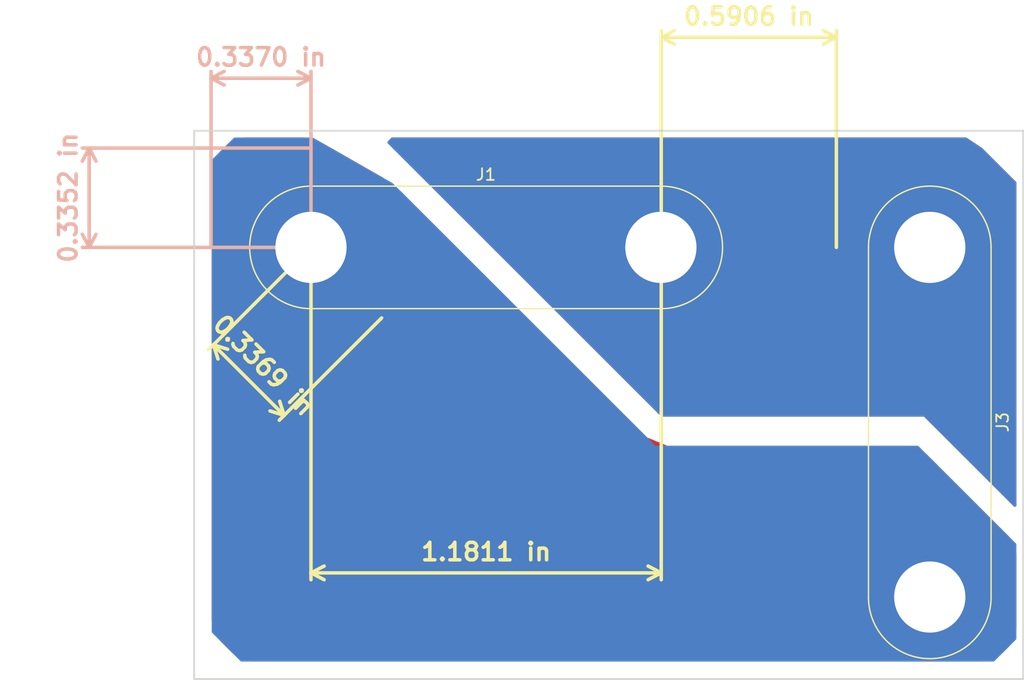
<source format=kicad_pcb>
(kicad_pcb (version 20171130) (host pcbnew 5.0.0+dfsg1-1)

  (general
    (thickness 1.6)
    (drawings 11)
    (tracks 4)
    (zones 0)
    (modules 2)
    (nets 3)
  )

  (page A4)
  (layers
    (0 F.Cu signal)
    (31 B.Cu signal)
    (32 B.Adhes user)
    (33 F.Adhes user)
    (34 B.Paste user)
    (35 F.Paste user)
    (36 B.SilkS user)
    (37 F.SilkS user)
    (38 B.Mask user)
    (39 F.Mask user)
    (40 Dwgs.User user)
    (41 Cmts.User user)
    (42 Eco1.User user)
    (43 Eco2.User user)
    (44 Edge.Cuts user)
    (45 Margin user)
    (46 B.CrtYd user)
    (47 F.CrtYd user)
    (48 B.Fab user)
    (49 F.Fab user)
  )

  (setup
    (last_trace_width 3)
    (user_trace_width 3)
    (trace_clearance 0.2)
    (zone_clearance 0.508)
    (zone_45_only no)
    (trace_min 0.2)
    (segment_width 0.2)
    (edge_width 0.15)
    (via_size 0.8)
    (via_drill 0.4)
    (via_min_size 0.4)
    (via_min_drill 0.3)
    (uvia_size 0.3)
    (uvia_drill 0.1)
    (uvias_allowed no)
    (uvia_min_size 0.2)
    (uvia_min_drill 0.1)
    (pcb_text_width 0.3)
    (pcb_text_size 1.5 1.5)
    (mod_edge_width 0.15)
    (mod_text_size 1 1)
    (mod_text_width 0.15)
    (pad_size 1.524 1.524)
    (pad_drill 0.762)
    (pad_to_mask_clearance 0.2)
    (aux_axis_origin 0 0)
    (visible_elements FFFFFF7F)
    (pcbplotparams
      (layerselection 0x010fc_ffffffff)
      (usegerberextensions false)
      (usegerberattributes false)
      (usegerberadvancedattributes false)
      (creategerberjobfile false)
      (excludeedgelayer true)
      (linewidth 0.100000)
      (plotframeref false)
      (viasonmask false)
      (mode 1)
      (useauxorigin false)
      (hpglpennumber 1)
      (hpglpenspeed 20)
      (hpglpendiameter 15.000000)
      (psnegative false)
      (psa4output false)
      (plotreference true)
      (plotvalue true)
      (plotinvisibletext false)
      (padsonsilk false)
      (subtractmaskfromsilk false)
      (outputformat 1)
      (mirror false)
      (drillshape 1)
      (scaleselection 1)
      (outputdirectory ""))
  )

  (net 0 "")
  (net 1 VCC)
  (net 2 GND)

  (net_class Default "This is the default net class."
    (clearance 0.2)
    (trace_width 0.25)
    (via_dia 0.8)
    (via_drill 0.4)
    (uvia_dia 0.3)
    (uvia_drill 0.1)
    (add_net GND)
    (add_net VCC)
  )

  (module Connector:Banana_Jack_2Pin (layer F.Cu) (tedit 5A1AB217) (tstamp 5CB2F8B4)
    (at 39 42)
    (descr "Dual banana socket, footprint - 2 x 6mm drills")
    (tags "banana socket")
    (path /5C81B2C2)
    (fp_text reference J1 (at 14.985 -6.24) (layer F.SilkS)
      (effects (font (size 1 1) (thickness 0.15)))
    )
    (fp_text value Conn_01x02_Female (at 14.985 6.29) (layer F.Fab)
      (effects (font (size 1 1) (thickness 0.15)))
    )
    (fp_arc (start 0 0) (end 0 5.25) (angle 180) (layer F.SilkS) (width 0.12))
    (fp_arc (start 30 0) (end 30 -5.25) (angle 180) (layer F.SilkS) (width 0.12))
    (fp_arc (start 30 0) (end 30 -5.5) (angle 180) (layer F.CrtYd) (width 0.05))
    (fp_arc (start 0 0) (end 0 5.5) (angle 180) (layer F.CrtYd) (width 0.05))
    (fp_circle (center 30 0) (end 34.75 0) (layer F.Fab) (width 0.1))
    (fp_circle (center 0 0) (end 4.75 0) (layer F.Fab) (width 0.1))
    (fp_circle (center 0 0) (end 2 0) (layer F.Fab) (width 0.1))
    (fp_circle (center 30 0) (end 32 0) (layer F.Fab) (width 0.1))
    (fp_line (start 30 -5.25) (end 0 -5.25) (layer F.SilkS) (width 0.12))
    (fp_line (start 0 5.25) (end 30 5.25) (layer F.SilkS) (width 0.12))
    (fp_line (start 0 5.5) (end 30 5.5) (layer F.CrtYd) (width 0.05))
    (fp_line (start 30 -5.5) (end 0 -5.5) (layer F.CrtYd) (width 0.05))
    (fp_text user %R (at 14.985 0) (layer F.Fab)
      (effects (font (size 1 1) (thickness 0.15)))
    )
    (pad 2 thru_hole circle (at 29.97 0) (size 10.16 10.16) (drill 6.1) (layers *.Cu *.Mask)
      (net 1 VCC))
    (pad 1 thru_hole circle (at 0 0) (size 10.16 10.16) (drill 6.1) (layers *.Cu *.Mask)
      (net 2 GND))
    (model ${KISYS3DMOD}/Connector.3dshapes/Banana_Jack_2Pin.wrl
      (offset (xyz 14.98599977493286 0 0))
      (scale (xyz 2 2 2))
      (rotate (xyz 0 0 0))
    )
  )

  (module Connector:Banana_Jack_2Pin (layer F.Cu) (tedit 5A1AB217) (tstamp 5CB2F8C7)
    (at 92 42 270)
    (descr "Dual banana socket, footprint - 2 x 6mm drills")
    (tags "banana socket")
    (path /5C81AAE1)
    (fp_text reference J3 (at 14.985 -6.24 270) (layer F.SilkS)
      (effects (font (size 1 1) (thickness 0.15)))
    )
    (fp_text value Conn_01x02_Female (at 14.985 6.29 270) (layer F.Fab)
      (effects (font (size 1 1) (thickness 0.15)))
    )
    (fp_text user %R (at 14.985 0 270) (layer F.Fab)
      (effects (font (size 1 1) (thickness 0.15)))
    )
    (fp_line (start 30 -5.5) (end 0 -5.5) (layer F.CrtYd) (width 0.05))
    (fp_line (start 0 5.5) (end 30 5.5) (layer F.CrtYd) (width 0.05))
    (fp_line (start 0 5.25) (end 30 5.25) (layer F.SilkS) (width 0.12))
    (fp_line (start 30 -5.25) (end 0 -5.25) (layer F.SilkS) (width 0.12))
    (fp_circle (center 30 0) (end 32 0) (layer F.Fab) (width 0.1))
    (fp_circle (center 0 0) (end 2 0) (layer F.Fab) (width 0.1))
    (fp_circle (center 0 0) (end 4.75 0) (layer F.Fab) (width 0.1))
    (fp_circle (center 30 0) (end 34.75 0) (layer F.Fab) (width 0.1))
    (fp_arc (start 0 0) (end 0 5.5) (angle 180) (layer F.CrtYd) (width 0.05))
    (fp_arc (start 30 0) (end 30 -5.5) (angle 180) (layer F.CrtYd) (width 0.05))
    (fp_arc (start 30 0) (end 30 -5.25) (angle 180) (layer F.SilkS) (width 0.12))
    (fp_arc (start 0 0) (end 0 5.25) (angle 180) (layer F.SilkS) (width 0.12))
    (pad 1 thru_hole circle (at 0 0 270) (size 10.16 10.16) (drill 6.1) (layers *.Cu *.Mask)
      (net 1 VCC))
    (pad 2 thru_hole circle (at 29.97 0 270) (size 10.16 10.16) (drill 6.1) (layers *.Cu *.Mask)
      (net 2 GND))
    (model ${KISYS3DMOD}/Connector.3dshapes/Banana_Jack_2Pin.wrl
      (offset (xyz 14.98599977493286 0 0))
      (scale (xyz 2 2 2))
      (rotate (xyz 0 0 0))
    )
  )

  (gr_circle (center 39 42) (end 44.485281 42) (layer F.Mask) (width 5))
  (gr_circle (center 39 42) (end 44.485281 42) (layer B.Mask) (width 5) (tstamp 5CBD20BA))
  (dimension 8.514693 (width 0.3) (layer B.SilkS)
    (gr_text "8.515 mm" (at 17.9 37.742653 90) (layer B.SilkS)
      (effects (font (size 1.5 1.5) (thickness 0.3)))
    )
    (feature1 (pts (xy 39 33.485307) (xy 19.413579 33.485307)))
    (feature2 (pts (xy 39 42) (xy 19.413579 42)))
    (crossbar (pts (xy 20 42) (xy 20 33.485307)))
    (arrow1a (pts (xy 20 33.485307) (xy 20.586421 34.611811)))
    (arrow1b (pts (xy 20 33.485307) (xy 19.413579 34.611811)))
    (arrow2a (pts (xy 20 42) (xy 20.586421 40.873496)))
    (arrow2b (pts (xy 20 42) (xy 19.413579 40.873496)))
  )
  (dimension 8.558621 (width 0.3) (layer B.SilkS)
    (gr_text "8.559 mm" (at 34.720689 25.4) (layer B.SilkS)
      (effects (font (size 1.5 1.5) (thickness 0.3)))
    )
    (feature1 (pts (xy 30.441379 42) (xy 30.441379 26.913579)))
    (feature2 (pts (xy 39 42) (xy 39 26.913579)))
    (crossbar (pts (xy 39 27.5) (xy 30.441379 27.5)))
    (arrow1a (pts (xy 30.441379 27.5) (xy 31.567883 26.913579)))
    (arrow1b (pts (xy 30.441379 27.5) (xy 31.567883 28.086421)))
    (arrow2a (pts (xy 39 27.5) (xy 37.873496 26.913579)))
    (arrow2b (pts (xy 39 27.5) (xy 37.873496 28.086421)))
  )
  (dimension 8.556283 (width 0.3) (layer F.SilkS)
    (gr_text "8.556 mm" (at 32.190179 54.860027 315) (layer F.SilkS)
      (effects (font (size 1.5 1.5) (thickness 0.3)))
    )
    (feature1 (pts (xy 45.050206 48.050206) (xy 36.285544 56.814868)))
    (feature2 (pts (xy 39 42) (xy 30.235338 50.764662)))
    (crossbar (pts (xy 30.65 50.35) (xy 36.700206 56.400206)))
    (arrow1a (pts (xy 36.700206 56.400206) (xy 35.488985 56.01831)))
    (arrow1b (pts (xy 36.700206 56.400206) (xy 36.31831 55.188985)))
    (arrow2a (pts (xy 30.65 50.35) (xy 31.031896 51.561221)))
    (arrow2b (pts (xy 30.65 50.35) (xy 31.861221 50.731896)))
  )
  (dimension 15 (width 0.3) (layer F.SilkS)
    (gr_text "15.000 mm" (at 76.5 21.9) (layer F.SilkS)
      (effects (font (size 1.5 1.5) (thickness 0.3)))
    )
    (feature1 (pts (xy 84 42) (xy 84 23.413579)))
    (feature2 (pts (xy 69 42) (xy 69 23.413579)))
    (crossbar (pts (xy 69 24) (xy 84 24)))
    (arrow1a (pts (xy 84 24) (xy 82.873496 24.586421)))
    (arrow1b (pts (xy 84 24) (xy 82.873496 23.413579)))
    (arrow2a (pts (xy 69 24) (xy 70.126504 24.586421)))
    (arrow2b (pts (xy 69 24) (xy 70.126504 23.413579)))
  )
  (gr_line (start 100 79) (end 29 79) (layer Edge.Cuts) (width 0.15))
  (gr_line (start 100 32) (end 100 79.002659) (layer Edge.Cuts) (width 0.15))
  (gr_line (start 29 32) (end 100.001811 32) (layer Edge.Cuts) (width 0.15))
  (gr_line (start 29 79) (end 29 32) (layer Edge.Cuts) (width 0.15))
  (dimension 30.000166 (width 0.3) (layer F.SilkS)
    (gr_text "30.000 mm" (at 54.000083 72) (layer F.SilkS)
      (effects (font (size 1.5 1.5) (thickness 0.3)))
    )
    (feature1 (pts (xy 69.000166 42) (xy 69.000166 70.486421)))
    (feature2 (pts (xy 39 42) (xy 39 70.486421)))
    (crossbar (pts (xy 39 69.9) (xy 69.000166 69.9)))
    (arrow1a (pts (xy 69.000166 69.9) (xy 67.873662 70.486421)))
    (arrow1b (pts (xy 69.000166 69.9) (xy 67.873662 69.313579)))
    (arrow2a (pts (xy 39 69.9) (xy 40.126504 70.486421)))
    (arrow2b (pts (xy 39 69.9) (xy 40.126504 69.313579)))
  )

  (segment (start 68.97 42) (end 92 42) (width 3) (layer F.Cu) (net 1))
  (segment (start 56.73 71.97) (end 92 71.97) (width 3) (layer B.Cu) (net 2))
  (segment (start 39 42) (end 39 54.24) (width 3) (layer B.Cu) (net 2))
  (segment (start 39 54.24) (end 56.73 71.97) (width 3) (layer B.Cu) (net 2))

  (zone (net 2) (net_name GND) (layer F.Cu) (tstamp 0) (hatch edge 0.508)
    (connect_pads yes (clearance 0.508))
    (min_thickness 0.254)
    (fill yes (arc_segments 32) (thermal_gap 0.508) (thermal_bridge_width 0.508) (smoothing chamfer) (radius 1))
    (polygon
      (pts
        (xy 39 32.5) (xy 32.5 32.5) (xy 30.5 34.5) (xy 30.5 75) (xy 33 77.5)
        (xy 97.5 77.5) (xy 99.5 75.5) (xy 99.5 67.5) (xy 91 59) (xy 68.5 59)
        (xy 50 40.5) (xy 46 36.5)
      )
    )
    (filled_polygon
      (pts
        (xy 39.819623 33.114629) (xy 45.061398 36.109929) (xy 46.623288 37.302894) (xy 67.70309 58.382696) (xy 67.722336 58.39849)
        (xy 67.744292 58.410226) (xy 69.451399 59.117333) (xy 69.475224 59.12456) (xy 69.5 59.127) (xy 89.974737 59.127)
        (xy 91.635166 59.814772) (xy 98.685228 66.864834) (xy 99.290001 68.324885) (xy 99.290001 74.675115) (xy 98.685228 76.135166)
        (xy 98.135166 76.685228) (xy 96.474737 77.373) (xy 34.025263 77.373) (xy 32.364834 76.685228) (xy 31.314772 75.635166)
        (xy 30.627 73.974737) (xy 30.627 35.525263) (xy 31.314772 33.864834) (xy 31.864834 33.314772) (xy 33.324883 32.71)
        (xy 38.295967 32.71)
      )
    )
  )
  (zone (net 1) (net_name VCC) (layer F.Cu) (tstamp 0) (hatch edge 0.508)
    (connect_pads yes (clearance 0.508))
    (min_thickness 0.254)
    (fill yes (arc_segments 16) (thermal_gap 0.508) (thermal_bridge_width 0.508))
    (polygon
      (pts
        (xy 96.5 33.5) (xy 99.5 36.5) (xy 99.5 64.5) (xy 91.5 56.5) (xy 69 56.5)
        (xy 46 33.5) (xy 45.5 33) (xy 46 32.5) (xy 95 32.5)
      )
    )
    (filled_polygon
      (pts
        (xy 96.419086 33.598692) (xy 99.29 36.469606) (xy 99.290001 64.110395) (xy 91.589803 56.410197) (xy 91.548601 56.382667)
        (xy 91.5 56.373) (xy 69.052606 56.373) (xy 45.679606 33) (xy 45.969606 32.71) (xy 95.086048 32.71)
      )
    )
  )
  (zone (net 2) (net_name GND) (layer B.Cu) (tstamp 0) (hatch edge 0.508)
    (connect_pads yes (clearance 0.508))
    (min_thickness 0.254)
    (fill yes (arc_segments 16) (thermal_gap 0.508) (thermal_bridge_width 0.508))
    (polygon
      (pts
        (xy 32.5 32.5) (xy 30.5 34.5) (xy 30.5 75) (xy 33 77.5) (xy 97.5 77.5)
        (xy 99.5 75.5) (xy 99.5 67.5) (xy 91 59) (xy 68.5 59) (xy 46 36.5)
        (xy 39 32.5)
      )
    )
    (filled_polygon
      (pts
        (xy 45.922222 36.601828) (xy 68.410197 59.089803) (xy 68.451399 59.117333) (xy 68.5 59.127) (xy 90.947394 59.127)
        (xy 99.290001 67.469607) (xy 99.290001 75.530393) (xy 97.447394 77.373) (xy 33.052606 77.373) (xy 30.627 74.947394)
        (xy 30.627 34.552606) (xy 32.469606 32.71) (xy 39.111523 32.71)
      )
    )
  )
  (zone (net 1) (net_name VCC) (layer B.Cu) (tstamp 0) (hatch edge 0.508)
    (connect_pads yes (clearance 0.508))
    (min_thickness 0.254)
    (fill yes (arc_segments 16) (thermal_gap 0.508) (thermal_bridge_width 0.508))
    (polygon
      (pts
        (xy 95 32.5) (xy 46 32.5) (xy 45.5 33) (xy 69 56.5) (xy 91.5 56.5)
        (xy 99.5 64.5) (xy 99.5 36.5) (xy 96.5 33.5)
      )
    )
    (filled_polygon
      (pts
        (xy 96.419086 33.598692) (xy 99.29 36.469606) (xy 99.290001 64.110395) (xy 91.589803 56.410197) (xy 91.548601 56.382667)
        (xy 91.5 56.373) (xy 69.052606 56.373) (xy 45.679606 33) (xy 45.969606 32.71) (xy 95.086048 32.71)
      )
    )
  )
)

</source>
